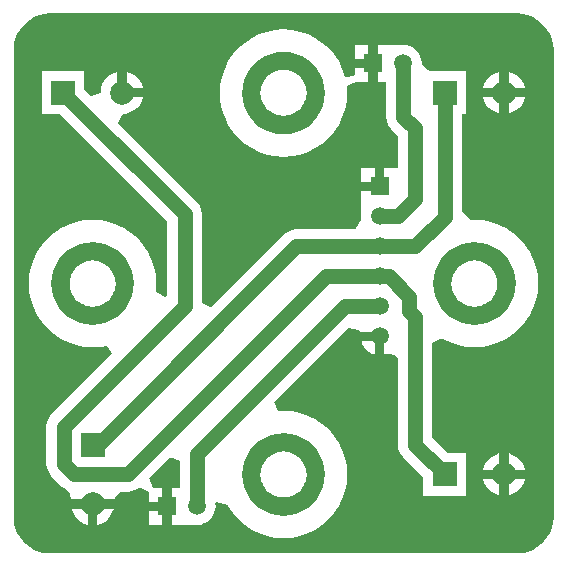
<source format=gbl>
G04*
G04 #@! TF.GenerationSoftware,Altium Limited,Altium Designer,18.1.9 (240)*
G04*
G04 Layer_Physical_Order=2*
G04 Layer_Color=16711680*
%FSLAX25Y25*%
%MOIN*%
G70*
G01*
G75*
%ADD10C,0.05000*%
%ADD11C,0.07874*%
%ADD12R,0.07874X0.07874*%
%ADD13R,0.07874X0.07874*%
%ADD14R,0.05906X0.05906*%
%ADD15C,0.05906*%
%ADD16R,0.05906X0.05906*%
G36*
X169969Y179811D02*
X171552Y179387D01*
X173065Y178760D01*
X174485Y177941D01*
X175785Y176943D01*
X176943Y175785D01*
X177941Y174485D01*
X178760Y173065D01*
X179387Y171552D01*
X179811Y169969D01*
X180025Y168344D01*
Y167525D01*
Y12525D01*
Y11706D01*
X179811Y10081D01*
X179387Y8498D01*
X178760Y6984D01*
X177941Y5565D01*
X176943Y4265D01*
X175785Y3107D01*
X174485Y2109D01*
X173065Y1290D01*
X171552Y663D01*
X169969Y239D01*
X168344Y25D01*
X11706D01*
X10081Y239D01*
X8498Y663D01*
X6984Y1290D01*
X5565Y2109D01*
X4265Y3107D01*
X3107Y4265D01*
X2109Y5565D01*
X1290Y6984D01*
X663Y8498D01*
X239Y10081D01*
X25Y11706D01*
Y12525D01*
Y167525D01*
Y168344D01*
X239Y169969D01*
X663Y171552D01*
X1290Y173065D01*
X2109Y174485D01*
X3107Y175785D01*
X4265Y176943D01*
X5565Y177941D01*
X6984Y178760D01*
X8498Y179387D01*
X10081Y179811D01*
X11706Y180025D01*
X168344D01*
X169969Y179811D01*
D02*
G37*
%LPC*%
G36*
X129921Y169568D02*
X129274Y169505D01*
X126074Y169539D01*
Y169539D01*
X121521D01*
Y163386D01*
Y157233D01*
X124172D01*
Y145669D01*
X124368Y144181D01*
X124942Y142795D01*
X125856Y141604D01*
X128109Y139351D01*
Y128515D01*
X123647D01*
Y122362D01*
X122047D01*
Y120762D01*
X115894D01*
Y116209D01*
X115894Y116209D01*
X115928Y113009D01*
X115865Y112362D01*
X115968Y111311D01*
X115960Y111119D01*
X114344Y108564D01*
X113714Y108111D01*
X94288D01*
X92800Y107915D01*
X91413Y107341D01*
X90222Y106428D01*
X66001Y82207D01*
X64972Y82360D01*
X62836Y83567D01*
Y113120D01*
X62640Y114608D01*
X62066Y115995D01*
X61152Y117186D01*
X34933Y143404D01*
X36090Y146162D01*
X36358Y146505D01*
X37627Y146630D01*
X38972Y147038D01*
X40212Y147701D01*
X41299Y148593D01*
X42191Y149680D01*
X42854Y150920D01*
X43201Y152064D01*
X36228D01*
Y153664D01*
X34628D01*
Y160637D01*
X33483Y160290D01*
X32244Y159627D01*
X31157Y158735D01*
X30265Y157648D01*
X29602Y156408D01*
X29194Y155063D01*
X29069Y153794D01*
X28726Y153526D01*
X25968Y152369D01*
X23680Y154658D01*
Y160801D01*
X9406D01*
Y146527D01*
X15549D01*
X51337Y110739D01*
Y86307D01*
X50909Y85803D01*
X50363Y85499D01*
X48108Y86855D01*
X47469Y87550D01*
X47631Y90025D01*
X47449Y92798D01*
X46907Y95524D01*
X46014Y98155D01*
X44785Y100648D01*
X43241Y102958D01*
X41408Y105048D01*
X39319Y106880D01*
X37008Y108424D01*
X34516Y109653D01*
X31884Y110547D01*
X29158Y111089D01*
X26385Y111270D01*
X23612Y111089D01*
X20887Y110547D01*
X18255Y109653D01*
X15763Y108424D01*
X13452Y106880D01*
X11363Y105048D01*
X9530Y102958D01*
X7986Y100648D01*
X6757Y98155D01*
X5864Y95524D01*
X5322Y92798D01*
X5140Y90025D01*
X5322Y87252D01*
X5864Y84526D01*
X6757Y81895D01*
X7986Y79402D01*
X9530Y77092D01*
X11363Y75002D01*
X13452Y73170D01*
X15763Y71626D01*
X18255Y70397D01*
X20887Y69503D01*
X23612Y68961D01*
X26385Y68779D01*
X29158Y68961D01*
X31101Y69348D01*
X32564Y67163D01*
X32762Y66483D01*
X12683Y46404D01*
X11769Y45213D01*
X11195Y43827D01*
X10999Y42339D01*
Y29930D01*
X11195Y28442D01*
X11769Y27055D01*
X12683Y25865D01*
X16228Y22320D01*
X17418Y21407D01*
X18960Y20011D01*
X19314Y18143D01*
X26385D01*
X33746D01*
X33876Y18474D01*
X35646Y20540D01*
X35849Y20636D01*
X38196D01*
X39684Y20832D01*
X41071Y21407D01*
X41881Y22028D01*
X43315Y21650D01*
X45028Y20561D01*
X45028Y19059D01*
Y17348D01*
X49581D01*
Y21901D01*
X47700D01*
X46368Y21901D01*
X45042Y25101D01*
X52232Y32290D01*
X55432Y30965D01*
Y21901D01*
X52781D01*
Y15748D01*
Y9595D01*
X57334D01*
X57334Y9595D01*
X60534Y9629D01*
X61181Y9566D01*
X62387Y9684D01*
X63547Y10036D01*
X64616Y10607D01*
X65553Y11376D01*
X66322Y12313D01*
X66893Y13382D01*
X67245Y14542D01*
X67364Y15748D01*
X67245Y16954D01*
X67461Y17119D01*
X67533Y17147D01*
X71441Y16138D01*
X71626Y15763D01*
X73170Y13452D01*
X75002Y11363D01*
X77092Y9530D01*
X79402Y7986D01*
X81895Y6757D01*
X84526Y5864D01*
X87252Y5322D01*
X90025Y5140D01*
X92798Y5322D01*
X95524Y5864D01*
X98155Y6757D01*
X100648Y7986D01*
X102958Y9530D01*
X105048Y11363D01*
X106880Y13452D01*
X108424Y15763D01*
X109653Y18255D01*
X110547Y20887D01*
X111089Y23612D01*
X111270Y26385D01*
X111089Y29158D01*
X110547Y31884D01*
X109653Y34516D01*
X108424Y37008D01*
X106880Y39319D01*
X105048Y41408D01*
X102958Y43241D01*
X100648Y44785D01*
X98155Y46014D01*
X95524Y46907D01*
X92798Y47449D01*
X90025Y47631D01*
X88308Y47518D01*
X86838Y50383D01*
X86814Y50551D01*
X111503Y75239D01*
X115278Y74684D01*
X115734Y73962D01*
X122047D01*
Y72362D01*
X123647D01*
Y66418D01*
X124413Y66650D01*
X124909Y66915D01*
X126781Y66241D01*
X128109Y65238D01*
Y36349D01*
X128305Y34861D01*
X128879Y33475D01*
X129793Y32284D01*
X136685Y25392D01*
Y19248D01*
X150959D01*
Y33522D01*
X144816D01*
X139608Y38731D01*
Y70072D01*
X142807Y71782D01*
X143042Y71626D01*
X145534Y70397D01*
X148166Y69503D01*
X150891Y68961D01*
X153665Y68779D01*
X156438Y68961D01*
X159163Y69503D01*
X161795Y70397D01*
X164287Y71626D01*
X166598Y73170D01*
X168687Y75002D01*
X170520Y77092D01*
X172064Y79402D01*
X173293Y81895D01*
X174186Y84526D01*
X174728Y87252D01*
X174910Y90025D01*
X174728Y92798D01*
X174186Y95524D01*
X173293Y98155D01*
X172064Y100648D01*
X170520Y102958D01*
X168687Y105048D01*
X166598Y106880D01*
X164287Y108424D01*
X161795Y109653D01*
X159163Y110547D01*
X156438Y111089D01*
X153665Y111270D01*
X152651Y111204D01*
X152031Y111430D01*
X149837Y113485D01*
X149571Y114089D01*
Y146527D01*
X150959D01*
Y160801D01*
X138911D01*
X138341Y161070D01*
X136155Y163333D01*
X136068Y163746D01*
X135985Y164592D01*
X135633Y165752D01*
X135062Y166821D01*
X134293Y167757D01*
X133356Y168526D01*
X132287Y169098D01*
X131127Y169449D01*
X129921Y169568D01*
D02*
G37*
G36*
X118321Y169539D02*
X113768D01*
Y164986D01*
X118321D01*
Y169539D01*
D02*
G37*
G36*
X165106Y160637D02*
Y155264D01*
X170479D01*
X170132Y156408D01*
X169469Y157648D01*
X168578Y158735D01*
X167491Y159627D01*
X166251Y160290D01*
X165106Y160637D01*
D02*
G37*
G36*
X161907D02*
X160762Y160290D01*
X159522Y159627D01*
X158435Y158735D01*
X157544Y157648D01*
X156881Y156408D01*
X156534Y155264D01*
X161907D01*
Y160637D01*
D02*
G37*
G36*
X37828D02*
Y155264D01*
X43201D01*
X42854Y156408D01*
X42191Y157648D01*
X41299Y158735D01*
X40212Y159627D01*
X38972Y160290D01*
X37828Y160637D01*
D02*
G37*
G36*
X170479Y152064D02*
X165106D01*
Y146691D01*
X166251Y147038D01*
X167491Y147701D01*
X168578Y148593D01*
X169469Y149680D01*
X170132Y150920D01*
X170479Y152064D01*
D02*
G37*
G36*
X161907D02*
X156534D01*
X156881Y150920D01*
X157544Y149680D01*
X158435Y148593D01*
X159522Y147701D01*
X160762Y147038D01*
X161907Y146691D01*
Y152064D01*
D02*
G37*
G36*
X90000Y174746D02*
X87227Y174564D01*
X84501Y174022D01*
X81870Y173128D01*
X79377Y171899D01*
X77067Y170355D01*
X74977Y168523D01*
X73145Y166433D01*
X71601Y164123D01*
X70372Y161630D01*
X69478Y158999D01*
X68936Y156273D01*
X68755Y153500D01*
X68936Y150727D01*
X69478Y148001D01*
X70372Y145370D01*
X71601Y142877D01*
X73145Y140567D01*
X74977Y138477D01*
X77067Y136645D01*
X79377Y135101D01*
X81870Y133872D01*
X84501Y132978D01*
X87227Y132436D01*
X90000Y132255D01*
X92773Y132436D01*
X95499Y132978D01*
X98130Y133872D01*
X100623Y135101D01*
X102933Y136645D01*
X105023Y138477D01*
X106855Y140567D01*
X108399Y142877D01*
X109628Y145370D01*
X110522Y148001D01*
X111064Y150727D01*
X111246Y153500D01*
X111108Y155600D01*
X111082Y155993D01*
X113286Y156968D01*
X114136Y157233D01*
X116161Y157233D01*
X118321D01*
Y161786D01*
X113768D01*
Y160281D01*
X113768Y159936D01*
X113617Y159063D01*
X110568Y158763D01*
X110522Y158999D01*
X109628Y161630D01*
X108399Y164123D01*
X106855Y166433D01*
X105023Y168523D01*
X102933Y170355D01*
X100623Y171899D01*
X98130Y173128D01*
X95499Y174022D01*
X92773Y174564D01*
X90000Y174746D01*
D02*
G37*
G36*
X120447Y128515D02*
X115894D01*
Y123962D01*
X120447D01*
Y128515D01*
D02*
G37*
G36*
Y70762D02*
X116103D01*
X116335Y69996D01*
X116907Y68927D01*
X117675Y67990D01*
X118612Y67222D01*
X119681Y66650D01*
X120447Y66418D01*
Y70762D01*
D02*
G37*
G36*
X165107Y33358D02*
Y27985D01*
X170480D01*
X170133Y29130D01*
X169470Y30370D01*
X168578Y31456D01*
X167491Y32348D01*
X166252Y33011D01*
X165107Y33358D01*
D02*
G37*
G36*
X161907D02*
X160763Y33011D01*
X159523Y32348D01*
X158436Y31456D01*
X157544Y30370D01*
X156881Y29130D01*
X156534Y27985D01*
X161907D01*
Y33358D01*
D02*
G37*
G36*
X170480Y24785D02*
X165107D01*
Y19413D01*
X166252Y19760D01*
X167491Y20423D01*
X168578Y21314D01*
X169470Y22401D01*
X170133Y23641D01*
X170480Y24785D01*
D02*
G37*
G36*
X161907D02*
X156534D01*
X156881Y23641D01*
X157544Y22401D01*
X158436Y21314D01*
X159523Y20423D01*
X160763Y19760D01*
X161907Y19413D01*
Y24785D01*
D02*
G37*
G36*
X49581Y14148D02*
X45028D01*
Y9595D01*
X49581D01*
Y14148D01*
D02*
G37*
G36*
X33358Y14943D02*
X27985D01*
Y9570D01*
X29130Y9917D01*
X30370Y10580D01*
X31456Y11472D01*
X32348Y12559D01*
X33011Y13798D01*
X33358Y14943D01*
D02*
G37*
G36*
X24785D02*
X19413D01*
X19760Y13798D01*
X20423Y12559D01*
X21314Y11472D01*
X22401Y10580D01*
X23641Y9917D01*
X24785Y9570D01*
Y14943D01*
D02*
G37*
%LPD*%
G36*
X155822Y103648D02*
X157927Y103142D01*
X159926Y102314D01*
X161772Y101183D01*
X163417Y99778D01*
X164823Y98132D01*
X165954Y96287D01*
X166782Y94287D01*
X167287Y92183D01*
X167457Y90025D01*
X167287Y87867D01*
X166782Y85763D01*
X165954Y83763D01*
X164823Y81918D01*
X163417Y80272D01*
X161772Y78867D01*
X159926Y77736D01*
X157927Y76907D01*
X155822Y76402D01*
X153665Y76232D01*
X151507Y76402D01*
X149402Y76907D01*
X147403Y77736D01*
X145558Y78867D01*
X143912Y80272D01*
X142506Y81918D01*
X141375Y83763D01*
X140547Y85763D01*
X140042Y87867D01*
X139872Y90025D01*
X140042Y92183D01*
X140547Y94287D01*
X141375Y96287D01*
X142506Y98132D01*
X143912Y99778D01*
X145558Y101183D01*
X147403Y102314D01*
X149402Y103142D01*
X151507Y103648D01*
X153665Y103817D01*
X155822Y103648D01*
D02*
G37*
G36*
X28543D02*
X30648Y103142D01*
X32647Y102314D01*
X34492Y101183D01*
X36138Y99778D01*
X37544Y98132D01*
X38675Y96287D01*
X39503Y94287D01*
X40008Y92183D01*
X40178Y90025D01*
X40008Y87867D01*
X39503Y85763D01*
X38675Y83763D01*
X37544Y81918D01*
X36138Y80272D01*
X34492Y78867D01*
X32647Y77736D01*
X30648Y76907D01*
X28543Y76402D01*
X26385Y76232D01*
X24228Y76402D01*
X22123Y76907D01*
X20124Y77736D01*
X18278Y78867D01*
X16633Y80272D01*
X15227Y81918D01*
X14096Y83763D01*
X13268Y85763D01*
X12763Y87867D01*
X12593Y90025D01*
X12763Y92183D01*
X13268Y94287D01*
X14096Y96287D01*
X15227Y98132D01*
X16633Y99778D01*
X18278Y101183D01*
X20124Y102314D01*
X22123Y103142D01*
X24228Y103648D01*
X26385Y103817D01*
X28543Y103648D01*
D02*
G37*
G36*
X92183Y40008D02*
X94287Y39503D01*
X96287Y38675D01*
X98132Y37544D01*
X99778Y36138D01*
X101183Y34492D01*
X102314Y32647D01*
X103142Y30648D01*
X103648Y28543D01*
X103817Y26385D01*
X103648Y24228D01*
X103142Y22123D01*
X102314Y20124D01*
X101183Y18278D01*
X99778Y16633D01*
X98132Y15227D01*
X96287Y14096D01*
X94287Y13268D01*
X92183Y12763D01*
X90025Y12593D01*
X87867Y12763D01*
X85763Y13268D01*
X83763Y14096D01*
X81918Y15227D01*
X80272Y16633D01*
X78867Y18278D01*
X77736Y20124D01*
X76907Y22123D01*
X76402Y24228D01*
X76232Y26385D01*
X76402Y28543D01*
X76907Y30648D01*
X77736Y32647D01*
X78867Y34492D01*
X80272Y36138D01*
X81918Y37544D01*
X83763Y38675D01*
X85763Y39503D01*
X87867Y40008D01*
X90025Y40178D01*
X92183Y40008D01*
D02*
G37*
%LPC*%
G36*
X154103Y97703D02*
X153226D01*
X152912Y97661D01*
X152597Y97641D01*
X151737Y97470D01*
X151437Y97368D01*
X151131Y97286D01*
X150322Y96951D01*
X150048Y96792D01*
X149764Y96652D01*
X149035Y96165D01*
X148797Y95956D01*
X148546Y95764D01*
X147926Y95144D01*
X147733Y94893D01*
X147524Y94655D01*
X147037Y93926D01*
X146897Y93642D01*
X146739Y93368D01*
X146404Y92558D01*
X146322Y92252D01*
X146220Y91953D01*
X146049Y91093D01*
X146028Y90777D01*
X145987Y90463D01*
Y90025D01*
Y89587D01*
X146028Y89273D01*
X146049Y88957D01*
X146220Y88097D01*
X146322Y87798D01*
X146404Y87492D01*
X146739Y86682D01*
X146897Y86408D01*
X147037Y86124D01*
X147524Y85395D01*
X147733Y85157D01*
X147926Y84906D01*
X148546Y84286D01*
X148797Y84094D01*
X149035Y83885D01*
X149764Y83398D01*
X150047Y83258D01*
X150322Y83100D01*
X151131Y82764D01*
X151437Y82682D01*
X151737Y82580D01*
X152597Y82409D01*
X152912Y82389D01*
X153226Y82347D01*
X154103D01*
X154417Y82389D01*
X154733Y82409D01*
X155592Y82580D01*
X155892Y82682D01*
X156198Y82764D01*
X157008Y83100D01*
X157282Y83258D01*
X157566Y83398D01*
X158294Y83885D01*
X158532Y84093D01*
X158784Y84286D01*
X159403Y84906D01*
X159596Y85157D01*
X159805Y85395D01*
X160292Y86124D01*
X160432Y86408D01*
X160590Y86682D01*
X160925Y87492D01*
X161007Y87797D01*
X161109Y88097D01*
X161280Y88957D01*
X161301Y89273D01*
X161342Y89587D01*
Y90025D01*
Y90463D01*
X161301Y90777D01*
X161280Y91093D01*
X161109Y91953D01*
X161007Y92252D01*
X160925Y92558D01*
X160590Y93368D01*
X160432Y93642D01*
X160292Y93926D01*
X159805Y94655D01*
X159596Y94893D01*
X159403Y95144D01*
X158784Y95764D01*
X158533Y95956D01*
X158294Y96165D01*
X157566Y96652D01*
X157282Y96792D01*
X157008Y96951D01*
X156198Y97286D01*
X155892Y97368D01*
X155592Y97470D01*
X154733Y97641D01*
X154417Y97661D01*
X154103Y97703D01*
D02*
G37*
G36*
X26824D02*
X25947D01*
X25633Y97661D01*
X25317Y97641D01*
X24458Y97470D01*
X24158Y97368D01*
X23852Y97286D01*
X23042Y96951D01*
X22768Y96792D01*
X22484Y96652D01*
X21756Y96165D01*
X21518Y95956D01*
X21266Y95764D01*
X20647Y95144D01*
X20454Y94893D01*
X20245Y94655D01*
X19758Y93926D01*
X19618Y93642D01*
X19460Y93368D01*
X19125Y92558D01*
X19043Y92252D01*
X18941Y91953D01*
X18770Y91093D01*
X18749Y90777D01*
X18708Y90463D01*
Y90025D01*
Y89587D01*
X18749Y89273D01*
X18770Y88957D01*
X18941Y88097D01*
X19042Y87798D01*
X19125Y87492D01*
X19460Y86682D01*
X19618Y86408D01*
X19758Y86124D01*
X20245Y85395D01*
X20454Y85157D01*
X20647Y84906D01*
X21266Y84286D01*
X21518Y84094D01*
X21756Y83885D01*
X22484Y83398D01*
X22768Y83258D01*
X23042Y83100D01*
X23852Y82764D01*
X24158Y82682D01*
X24458Y82580D01*
X25317Y82409D01*
X25633Y82389D01*
X25947Y82347D01*
X26824D01*
X27138Y82389D01*
X27453Y82409D01*
X28313Y82580D01*
X28613Y82682D01*
X28918Y82764D01*
X29728Y83100D01*
X30002Y83258D01*
X30286Y83398D01*
X31015Y83885D01*
X31253Y84093D01*
X31504Y84286D01*
X32124Y84906D01*
X32317Y85157D01*
X32526Y85395D01*
X33013Y86124D01*
X33153Y86408D01*
X33311Y86682D01*
X33646Y87492D01*
X33728Y87797D01*
X33830Y88097D01*
X34001Y88957D01*
X34022Y89273D01*
X34063Y89587D01*
Y90025D01*
Y90463D01*
X34022Y90777D01*
X34001Y91093D01*
X33830Y91953D01*
X33728Y92252D01*
X33646Y92558D01*
X33311Y93368D01*
X33153Y93642D01*
X33013Y93926D01*
X32526Y94655D01*
X32317Y94893D01*
X32124Y95144D01*
X31504Y95764D01*
X31253Y95956D01*
X31015Y96165D01*
X30286Y96652D01*
X30003Y96792D01*
X29728Y96951D01*
X28918Y97286D01*
X28613Y97368D01*
X28313Y97470D01*
X27453Y97641D01*
X27138Y97661D01*
X26824Y97703D01*
D02*
G37*
G36*
X90463Y34063D02*
X89587D01*
X89273Y34022D01*
X88957Y34001D01*
X88097Y33830D01*
X87797Y33728D01*
X87492Y33646D01*
X86682Y33311D01*
X86408Y33153D01*
X86124Y33013D01*
X85395Y32526D01*
X85157Y32317D01*
X84906Y32124D01*
X84286Y31504D01*
X84094Y31253D01*
X83885Y31015D01*
X83398Y30286D01*
X83258Y30003D01*
X83100Y29728D01*
X82764Y28918D01*
X82682Y28613D01*
X82580Y28313D01*
X82409Y27453D01*
X82389Y27138D01*
X82347Y26824D01*
Y26385D01*
Y25947D01*
X82389Y25633D01*
X82409Y25317D01*
X82580Y24458D01*
X82682Y24158D01*
X82764Y23852D01*
X83100Y23042D01*
X83258Y22768D01*
X83398Y22484D01*
X83885Y21756D01*
X84093Y21518D01*
X84286Y21266D01*
X84906Y20647D01*
X85157Y20454D01*
X85395Y20245D01*
X86124Y19758D01*
X86408Y19618D01*
X86682Y19460D01*
X87492Y19125D01*
X87798Y19043D01*
X88097Y18941D01*
X88957Y18770D01*
X89273Y18749D01*
X89587Y18708D01*
X90463D01*
X90777Y18749D01*
X91093Y18770D01*
X91953Y18941D01*
X92252Y19042D01*
X92558Y19125D01*
X93368Y19460D01*
X93642Y19618D01*
X93926Y19758D01*
X94655Y20245D01*
X94893Y20454D01*
X95144Y20647D01*
X95764Y21266D01*
X95956Y21518D01*
X96165Y21756D01*
X96652Y22484D01*
X96792Y22768D01*
X96951Y23042D01*
X97286Y23852D01*
X97368Y24158D01*
X97470Y24458D01*
X97641Y25317D01*
X97661Y25633D01*
X97703Y25947D01*
Y26385D01*
Y26824D01*
X97661Y27138D01*
X97641Y27453D01*
X97470Y28313D01*
X97368Y28613D01*
X97286Y28918D01*
X96951Y29728D01*
X96792Y30002D01*
X96652Y30286D01*
X96165Y31015D01*
X95956Y31253D01*
X95764Y31504D01*
X95144Y32124D01*
X94893Y32317D01*
X94655Y32526D01*
X93926Y33013D01*
X93642Y33153D01*
X93368Y33311D01*
X92558Y33646D01*
X92252Y33728D01*
X91953Y33830D01*
X91093Y34001D01*
X90777Y34022D01*
X90463Y34063D01*
D02*
G37*
%LPD*%
G36*
X92158Y167123D02*
X94262Y166618D01*
X96262Y165789D01*
X98107Y164658D01*
X99753Y163253D01*
X101158Y161607D01*
X102289Y159762D01*
X103118Y157762D01*
X103623Y155658D01*
X103793Y153500D01*
X103623Y151342D01*
X103118Y149238D01*
X102289Y147238D01*
X101158Y145393D01*
X99753Y143747D01*
X98107Y142342D01*
X96262Y141211D01*
X94262Y140383D01*
X92158Y139877D01*
X90000Y139708D01*
X87842Y139877D01*
X85738Y140383D01*
X83738Y141211D01*
X81893Y142342D01*
X80247Y143747D01*
X78842Y145393D01*
X77711Y147238D01*
X76882Y149238D01*
X76377Y151342D01*
X76208Y153500D01*
X76377Y155658D01*
X76882Y157762D01*
X77711Y159762D01*
X78842Y161607D01*
X80247Y163253D01*
X81893Y164658D01*
X83738Y165789D01*
X85738Y166618D01*
X87842Y167123D01*
X90000Y167292D01*
X92158Y167123D01*
D02*
G37*
%LPC*%
G36*
X90463Y161342D02*
X89587D01*
X89273Y161301D01*
X88957Y161280D01*
X88097Y161109D01*
X87797Y161007D01*
X87492Y160925D01*
X86682Y160590D01*
X86408Y160432D01*
X86124Y160292D01*
X85395Y159805D01*
X85157Y159596D01*
X84906Y159403D01*
X84286Y158784D01*
X84094Y158533D01*
X83885Y158294D01*
X83398Y157566D01*
X83258Y157282D01*
X83100Y157008D01*
X82764Y156198D01*
X82682Y155892D01*
X82580Y155592D01*
X82409Y154733D01*
X82389Y154417D01*
X82347Y154103D01*
Y153665D01*
Y153226D01*
X82389Y152912D01*
X82409Y152597D01*
X82580Y151737D01*
X82682Y151437D01*
X82764Y151131D01*
X83100Y150322D01*
X83258Y150048D01*
X83398Y149764D01*
X83885Y149035D01*
X84093Y148797D01*
X84286Y148546D01*
X84906Y147926D01*
X85157Y147733D01*
X85395Y147524D01*
X86124Y147037D01*
X86408Y146897D01*
X86682Y146739D01*
X87492Y146404D01*
X87798Y146322D01*
X88097Y146220D01*
X88957Y146049D01*
X89273Y146028D01*
X89587Y145987D01*
X90463D01*
X90777Y146028D01*
X91093Y146049D01*
X91953Y146220D01*
X92252Y146322D01*
X92558Y146404D01*
X93368Y146739D01*
X93642Y146897D01*
X93926Y147037D01*
X94655Y147524D01*
X94893Y147733D01*
X95144Y147926D01*
X95764Y148546D01*
X95956Y148797D01*
X96165Y149035D01*
X96652Y149764D01*
X96792Y150047D01*
X96951Y150322D01*
X97286Y151131D01*
X97368Y151437D01*
X97470Y151737D01*
X97641Y152597D01*
X97661Y152912D01*
X97703Y153226D01*
Y153665D01*
Y154103D01*
X97661Y154417D01*
X97641Y154733D01*
X97470Y155592D01*
X97368Y155892D01*
X97286Y156198D01*
X96951Y157008D01*
X96792Y157282D01*
X96652Y157566D01*
X96165Y158294D01*
X95956Y158532D01*
X95764Y158784D01*
X95144Y159403D01*
X94893Y159596D01*
X94655Y159805D01*
X93926Y160292D01*
X93642Y160432D01*
X93368Y160590D01*
X92558Y160925D01*
X92252Y161007D01*
X91953Y161109D01*
X91093Y161280D01*
X90777Y161301D01*
X90463Y161342D01*
D02*
G37*
%LPD*%
D10*
X38196Y26385D02*
X104173Y92362D01*
X20293Y26385D02*
X38196D01*
X104173Y92362D02*
X122047D01*
X57087Y82677D02*
Y113120D01*
X16748Y42339D02*
X57087Y82677D01*
X16748Y29930D02*
Y42339D01*
X16543Y153664D02*
X57087Y113120D01*
X16748Y29930D02*
X20293Y26385D01*
X26385Y36228D02*
X28153D01*
X94288Y102362D02*
X122047D01*
X28153Y36228D02*
X94288Y102362D01*
X125112Y92362D02*
X131890Y85584D01*
Y80709D02*
Y85584D01*
Y80709D02*
X133858Y78740D01*
Y36349D02*
Y78740D01*
X143822Y112325D02*
Y153664D01*
X133858Y102362D02*
X143822Y112325D01*
X129921Y145669D02*
Y163386D01*
Y145669D02*
X133858Y141732D01*
Y118110D02*
Y141732D01*
X128110Y112362D02*
X133858Y118110D01*
X122047Y112362D02*
X128110D01*
X122047Y102362D02*
X133858D01*
X110495Y82362D02*
X122047D01*
X61181Y33048D02*
X110495Y82362D01*
X122047Y92362D02*
X125112D01*
X61181Y15748D02*
Y33048D01*
X163506Y153664D02*
Y154722D01*
X133858Y36349D02*
X143822Y26385D01*
D11*
X163506Y153664D02*
D03*
X26385Y16543D02*
D03*
X163507Y26385D02*
D03*
X36228Y153664D02*
D03*
D12*
X143822D02*
D03*
X143822Y26385D02*
D03*
X16543Y153664D02*
D03*
D13*
X26385Y36228D02*
D03*
D14*
X51181Y15748D02*
D03*
X119921Y163386D02*
D03*
D15*
X61181Y15748D02*
D03*
X122047Y112362D02*
D03*
Y102362D02*
D03*
Y92362D02*
D03*
Y82362D02*
D03*
Y72362D02*
D03*
X129921Y163386D02*
D03*
D16*
X122047Y122362D02*
D03*
M02*

</source>
